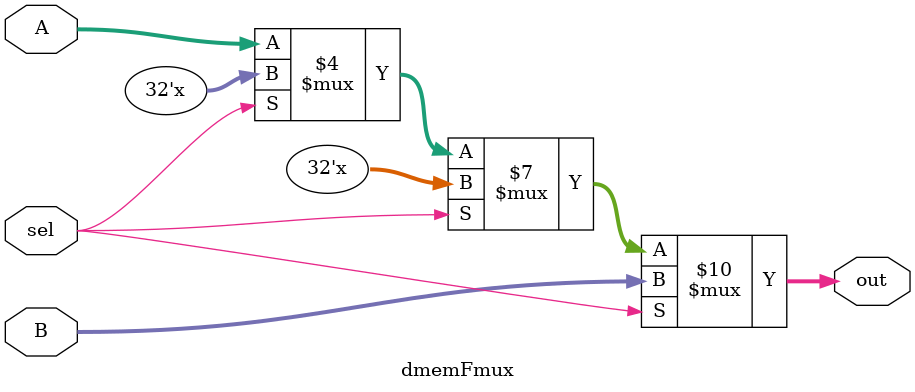
<source format=v>
module dmemFmux (
    input sel,
    input [31:0] A,
    input [31:0] B,
    output [31:0] out
);

always @(*)begin
    if (sel) out = B;
    else if (!sel) out = A;

end
    
endmodule
</source>
